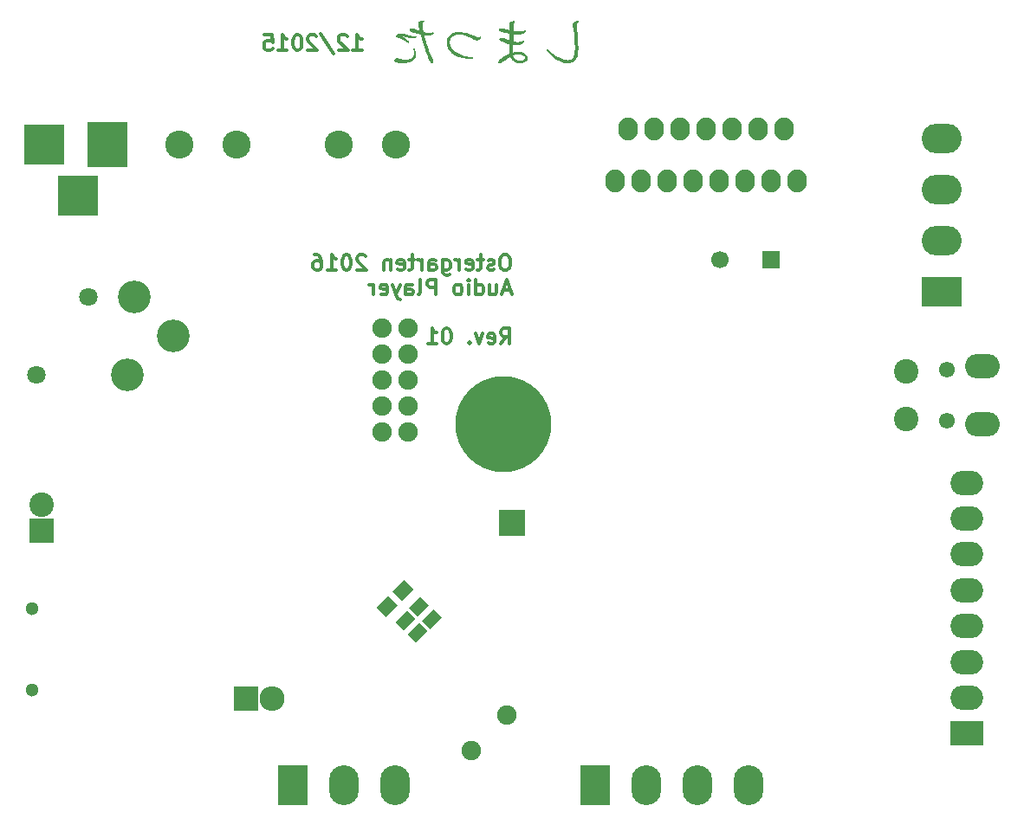
<source format=gbs>
G04 #@! TF.FileFunction,Soldermask,Bot*
%FSLAX46Y46*%
G04 Gerber Fmt 4.6, Leading zero omitted, Abs format (unit mm)*
G04 Created by KiCad (PCBNEW (2015-12-07 BZR 6353, Git 2667109)-product) date 06.01.2016 02:58:36*
%MOMM*%
G01*
G04 APERTURE LIST*
%ADD10C,0.100000*%
%ADD11C,0.300000*%
%ADD12C,1.800000*%
%ADD13C,3.200000*%
%ADD14O,1.924000X2.224000*%
%ADD15R,3.900120X4.400000*%
%ADD16R,3.900120X3.900120*%
%ADD17C,9.400000*%
%ADD18R,1.700000X1.700000*%
%ADD19C,1.700000*%
%ADD20C,1.300000*%
%ADD21R,2.400000X2.400000*%
%ADD22C,2.400000*%
%ADD23C,2.749500*%
%ADD24C,1.550000*%
%ADD25O,3.400000X2.400000*%
%ADD26R,2.900000X3.900000*%
%ADD27O,2.900000X3.900000*%
%ADD28O,3.200000X2.400000*%
%ADD29R,3.200000X2.400000*%
%ADD30R,3.900000X2.900000*%
%ADD31O,3.900000X2.900000*%
%ADD32C,1.901140*%
%ADD33C,1.906220*%
%ADD34R,2.432000X2.432000*%
%ADD35O,2.432000X2.432000*%
%ADD36R,2.635200X2.635200*%
G04 APERTURE END LIST*
D10*
D11*
X114490643Y-44811071D02*
X115347786Y-44811071D01*
X114919214Y-44811071D02*
X114919214Y-43311071D01*
X115062071Y-43525357D01*
X115204929Y-43668214D01*
X115347786Y-43739643D01*
X113919215Y-43453929D02*
X113847786Y-43382500D01*
X113704929Y-43311071D01*
X113347786Y-43311071D01*
X113204929Y-43382500D01*
X113133500Y-43453929D01*
X113062072Y-43596786D01*
X113062072Y-43739643D01*
X113133500Y-43953929D01*
X113990643Y-44811071D01*
X113062072Y-44811071D01*
X111347787Y-43239643D02*
X112633501Y-45168214D01*
X110919215Y-43453929D02*
X110847786Y-43382500D01*
X110704929Y-43311071D01*
X110347786Y-43311071D01*
X110204929Y-43382500D01*
X110133500Y-43453929D01*
X110062072Y-43596786D01*
X110062072Y-43739643D01*
X110133500Y-43953929D01*
X110990643Y-44811071D01*
X110062072Y-44811071D01*
X109133501Y-43311071D02*
X108990644Y-43311071D01*
X108847787Y-43382500D01*
X108776358Y-43453929D01*
X108704929Y-43596786D01*
X108633501Y-43882500D01*
X108633501Y-44239643D01*
X108704929Y-44525357D01*
X108776358Y-44668214D01*
X108847787Y-44739643D01*
X108990644Y-44811071D01*
X109133501Y-44811071D01*
X109276358Y-44739643D01*
X109347787Y-44668214D01*
X109419215Y-44525357D01*
X109490644Y-44239643D01*
X109490644Y-43882500D01*
X109419215Y-43596786D01*
X109347787Y-43453929D01*
X109276358Y-43382500D01*
X109133501Y-43311071D01*
X107204930Y-44811071D02*
X108062073Y-44811071D01*
X107633501Y-44811071D02*
X107633501Y-43311071D01*
X107776358Y-43525357D01*
X107919216Y-43668214D01*
X108062073Y-43739643D01*
X105847787Y-43311071D02*
X106562073Y-43311071D01*
X106633502Y-44025357D01*
X106562073Y-43953929D01*
X106419216Y-43882500D01*
X106062073Y-43882500D01*
X105919216Y-43953929D01*
X105847787Y-44025357D01*
X105776359Y-44168214D01*
X105776359Y-44525357D01*
X105847787Y-44668214D01*
X105919216Y-44739643D01*
X106062073Y-44811071D01*
X106419216Y-44811071D01*
X106562073Y-44739643D01*
X106633502Y-44668214D01*
X129506743Y-64818971D02*
X129221029Y-64818971D01*
X129078171Y-64890400D01*
X128935314Y-65033257D01*
X128863886Y-65318971D01*
X128863886Y-65818971D01*
X128935314Y-66104686D01*
X129078171Y-66247543D01*
X129221029Y-66318971D01*
X129506743Y-66318971D01*
X129649600Y-66247543D01*
X129792457Y-66104686D01*
X129863886Y-65818971D01*
X129863886Y-65318971D01*
X129792457Y-65033257D01*
X129649600Y-64890400D01*
X129506743Y-64818971D01*
X128292457Y-66247543D02*
X128149600Y-66318971D01*
X127863885Y-66318971D01*
X127721028Y-66247543D01*
X127649600Y-66104686D01*
X127649600Y-66033257D01*
X127721028Y-65890400D01*
X127863885Y-65818971D01*
X128078171Y-65818971D01*
X128221028Y-65747543D01*
X128292457Y-65604686D01*
X128292457Y-65533257D01*
X128221028Y-65390400D01*
X128078171Y-65318971D01*
X127863885Y-65318971D01*
X127721028Y-65390400D01*
X127221028Y-65318971D02*
X126649599Y-65318971D01*
X127006742Y-64818971D02*
X127006742Y-66104686D01*
X126935314Y-66247543D01*
X126792456Y-66318971D01*
X126649599Y-66318971D01*
X125578171Y-66247543D02*
X125721028Y-66318971D01*
X126006742Y-66318971D01*
X126149599Y-66247543D01*
X126221028Y-66104686D01*
X126221028Y-65533257D01*
X126149599Y-65390400D01*
X126006742Y-65318971D01*
X125721028Y-65318971D01*
X125578171Y-65390400D01*
X125506742Y-65533257D01*
X125506742Y-65676114D01*
X126221028Y-65818971D01*
X124863885Y-66318971D02*
X124863885Y-65318971D01*
X124863885Y-65604686D02*
X124792457Y-65461829D01*
X124721028Y-65390400D01*
X124578171Y-65318971D01*
X124435314Y-65318971D01*
X123292457Y-65318971D02*
X123292457Y-66533257D01*
X123363886Y-66676114D01*
X123435314Y-66747543D01*
X123578171Y-66818971D01*
X123792457Y-66818971D01*
X123935314Y-66747543D01*
X123292457Y-66247543D02*
X123435314Y-66318971D01*
X123721028Y-66318971D01*
X123863886Y-66247543D01*
X123935314Y-66176114D01*
X124006743Y-66033257D01*
X124006743Y-65604686D01*
X123935314Y-65461829D01*
X123863886Y-65390400D01*
X123721028Y-65318971D01*
X123435314Y-65318971D01*
X123292457Y-65390400D01*
X121935314Y-66318971D02*
X121935314Y-65533257D01*
X122006743Y-65390400D01*
X122149600Y-65318971D01*
X122435314Y-65318971D01*
X122578171Y-65390400D01*
X121935314Y-66247543D02*
X122078171Y-66318971D01*
X122435314Y-66318971D01*
X122578171Y-66247543D01*
X122649600Y-66104686D01*
X122649600Y-65961829D01*
X122578171Y-65818971D01*
X122435314Y-65747543D01*
X122078171Y-65747543D01*
X121935314Y-65676114D01*
X121221028Y-66318971D02*
X121221028Y-65318971D01*
X121221028Y-65604686D02*
X121149600Y-65461829D01*
X121078171Y-65390400D01*
X120935314Y-65318971D01*
X120792457Y-65318971D01*
X120506743Y-65318971D02*
X119935314Y-65318971D01*
X120292457Y-64818971D02*
X120292457Y-66104686D01*
X120221029Y-66247543D01*
X120078171Y-66318971D01*
X119935314Y-66318971D01*
X118863886Y-66247543D02*
X119006743Y-66318971D01*
X119292457Y-66318971D01*
X119435314Y-66247543D01*
X119506743Y-66104686D01*
X119506743Y-65533257D01*
X119435314Y-65390400D01*
X119292457Y-65318971D01*
X119006743Y-65318971D01*
X118863886Y-65390400D01*
X118792457Y-65533257D01*
X118792457Y-65676114D01*
X119506743Y-65818971D01*
X118149600Y-65318971D02*
X118149600Y-66318971D01*
X118149600Y-65461829D02*
X118078172Y-65390400D01*
X117935314Y-65318971D01*
X117721029Y-65318971D01*
X117578172Y-65390400D01*
X117506743Y-65533257D01*
X117506743Y-66318971D01*
X115721029Y-64961829D02*
X115649600Y-64890400D01*
X115506743Y-64818971D01*
X115149600Y-64818971D01*
X115006743Y-64890400D01*
X114935314Y-64961829D01*
X114863886Y-65104686D01*
X114863886Y-65247543D01*
X114935314Y-65461829D01*
X115792457Y-66318971D01*
X114863886Y-66318971D01*
X113935315Y-64818971D02*
X113792458Y-64818971D01*
X113649601Y-64890400D01*
X113578172Y-64961829D01*
X113506743Y-65104686D01*
X113435315Y-65390400D01*
X113435315Y-65747543D01*
X113506743Y-66033257D01*
X113578172Y-66176114D01*
X113649601Y-66247543D01*
X113792458Y-66318971D01*
X113935315Y-66318971D01*
X114078172Y-66247543D01*
X114149601Y-66176114D01*
X114221029Y-66033257D01*
X114292458Y-65747543D01*
X114292458Y-65390400D01*
X114221029Y-65104686D01*
X114149601Y-64961829D01*
X114078172Y-64890400D01*
X113935315Y-64818971D01*
X112006744Y-66318971D02*
X112863887Y-66318971D01*
X112435315Y-66318971D02*
X112435315Y-64818971D01*
X112578172Y-65033257D01*
X112721030Y-65176114D01*
X112863887Y-65247543D01*
X110721030Y-64818971D02*
X111006744Y-64818971D01*
X111149601Y-64890400D01*
X111221030Y-64961829D01*
X111363887Y-65176114D01*
X111435316Y-65461829D01*
X111435316Y-66033257D01*
X111363887Y-66176114D01*
X111292459Y-66247543D01*
X111149601Y-66318971D01*
X110863887Y-66318971D01*
X110721030Y-66247543D01*
X110649601Y-66176114D01*
X110578173Y-66033257D01*
X110578173Y-65676114D01*
X110649601Y-65533257D01*
X110721030Y-65461829D01*
X110863887Y-65390400D01*
X111149601Y-65390400D01*
X111292459Y-65461829D01*
X111363887Y-65533257D01*
X111435316Y-65676114D01*
X129863886Y-68290400D02*
X129149600Y-68290400D01*
X130006743Y-68718971D02*
X129506743Y-67218971D01*
X129006743Y-68718971D01*
X127863886Y-67718971D02*
X127863886Y-68718971D01*
X128506743Y-67718971D02*
X128506743Y-68504686D01*
X128435315Y-68647543D01*
X128292457Y-68718971D01*
X128078172Y-68718971D01*
X127935315Y-68647543D01*
X127863886Y-68576114D01*
X126506743Y-68718971D02*
X126506743Y-67218971D01*
X126506743Y-68647543D02*
X126649600Y-68718971D01*
X126935314Y-68718971D01*
X127078172Y-68647543D01*
X127149600Y-68576114D01*
X127221029Y-68433257D01*
X127221029Y-68004686D01*
X127149600Y-67861829D01*
X127078172Y-67790400D01*
X126935314Y-67718971D01*
X126649600Y-67718971D01*
X126506743Y-67790400D01*
X125792457Y-68718971D02*
X125792457Y-67718971D01*
X125792457Y-67218971D02*
X125863886Y-67290400D01*
X125792457Y-67361829D01*
X125721029Y-67290400D01*
X125792457Y-67218971D01*
X125792457Y-67361829D01*
X124863885Y-68718971D02*
X125006743Y-68647543D01*
X125078171Y-68576114D01*
X125149600Y-68433257D01*
X125149600Y-68004686D01*
X125078171Y-67861829D01*
X125006743Y-67790400D01*
X124863885Y-67718971D01*
X124649600Y-67718971D01*
X124506743Y-67790400D01*
X124435314Y-67861829D01*
X124363885Y-68004686D01*
X124363885Y-68433257D01*
X124435314Y-68576114D01*
X124506743Y-68647543D01*
X124649600Y-68718971D01*
X124863885Y-68718971D01*
X122578171Y-68718971D02*
X122578171Y-67218971D01*
X122006743Y-67218971D01*
X121863885Y-67290400D01*
X121792457Y-67361829D01*
X121721028Y-67504686D01*
X121721028Y-67718971D01*
X121792457Y-67861829D01*
X121863885Y-67933257D01*
X122006743Y-68004686D01*
X122578171Y-68004686D01*
X120863885Y-68718971D02*
X121006743Y-68647543D01*
X121078171Y-68504686D01*
X121078171Y-67218971D01*
X119649600Y-68718971D02*
X119649600Y-67933257D01*
X119721029Y-67790400D01*
X119863886Y-67718971D01*
X120149600Y-67718971D01*
X120292457Y-67790400D01*
X119649600Y-68647543D02*
X119792457Y-68718971D01*
X120149600Y-68718971D01*
X120292457Y-68647543D01*
X120363886Y-68504686D01*
X120363886Y-68361829D01*
X120292457Y-68218971D01*
X120149600Y-68147543D01*
X119792457Y-68147543D01*
X119649600Y-68076114D01*
X119078171Y-67718971D02*
X118721028Y-68718971D01*
X118363886Y-67718971D02*
X118721028Y-68718971D01*
X118863886Y-69076114D01*
X118935314Y-69147543D01*
X119078171Y-69218971D01*
X117221029Y-68647543D02*
X117363886Y-68718971D01*
X117649600Y-68718971D01*
X117792457Y-68647543D01*
X117863886Y-68504686D01*
X117863886Y-67933257D01*
X117792457Y-67790400D01*
X117649600Y-67718971D01*
X117363886Y-67718971D01*
X117221029Y-67790400D01*
X117149600Y-67933257D01*
X117149600Y-68076114D01*
X117863886Y-68218971D01*
X116506743Y-68718971D02*
X116506743Y-67718971D01*
X116506743Y-68004686D02*
X116435315Y-67861829D01*
X116363886Y-67790400D01*
X116221029Y-67718971D01*
X116078172Y-67718971D01*
X128935314Y-73518971D02*
X129435314Y-72804686D01*
X129792457Y-73518971D02*
X129792457Y-72018971D01*
X129221029Y-72018971D01*
X129078171Y-72090400D01*
X129006743Y-72161829D01*
X128935314Y-72304686D01*
X128935314Y-72518971D01*
X129006743Y-72661829D01*
X129078171Y-72733257D01*
X129221029Y-72804686D01*
X129792457Y-72804686D01*
X127721029Y-73447543D02*
X127863886Y-73518971D01*
X128149600Y-73518971D01*
X128292457Y-73447543D01*
X128363886Y-73304686D01*
X128363886Y-72733257D01*
X128292457Y-72590400D01*
X128149600Y-72518971D01*
X127863886Y-72518971D01*
X127721029Y-72590400D01*
X127649600Y-72733257D01*
X127649600Y-72876114D01*
X128363886Y-73018971D01*
X127149600Y-72518971D02*
X126792457Y-73518971D01*
X126435315Y-72518971D01*
X125863886Y-73376114D02*
X125792458Y-73447543D01*
X125863886Y-73518971D01*
X125935315Y-73447543D01*
X125863886Y-73376114D01*
X125863886Y-73518971D01*
X123721029Y-72018971D02*
X123578172Y-72018971D01*
X123435315Y-72090400D01*
X123363886Y-72161829D01*
X123292457Y-72304686D01*
X123221029Y-72590400D01*
X123221029Y-72947543D01*
X123292457Y-73233257D01*
X123363886Y-73376114D01*
X123435315Y-73447543D01*
X123578172Y-73518971D01*
X123721029Y-73518971D01*
X123863886Y-73447543D01*
X123935315Y-73376114D01*
X124006743Y-73233257D01*
X124078172Y-72947543D01*
X124078172Y-72590400D01*
X124006743Y-72304686D01*
X123935315Y-72161829D01*
X123863886Y-72090400D01*
X123721029Y-72018971D01*
X121792458Y-73518971D02*
X122649601Y-73518971D01*
X122221029Y-73518971D02*
X122221029Y-72018971D01*
X122363886Y-72233257D01*
X122506744Y-72376114D01*
X122649601Y-72447543D01*
D10*
G36*
X128693927Y-45916905D02*
X128700723Y-45963001D01*
X128721517Y-45993395D01*
X128756538Y-46008244D01*
X128806016Y-46007704D01*
X128823557Y-46004597D01*
X128860184Y-45993806D01*
X128904795Y-45974617D01*
X128958916Y-45946143D01*
X129024072Y-45907500D01*
X129101788Y-45857804D01*
X129193590Y-45796167D01*
X129251564Y-45756214D01*
X129326043Y-45704870D01*
X129406104Y-45650314D01*
X129486698Y-45595942D01*
X129562777Y-45545153D01*
X129629291Y-45501343D01*
X129659170Y-45481966D01*
X129719456Y-45443447D01*
X129764450Y-45415535D01*
X129796454Y-45397051D01*
X129817768Y-45386815D01*
X129830694Y-45383648D01*
X129837530Y-45386369D01*
X129839387Y-45389577D01*
X129846955Y-45408883D01*
X129859392Y-45440723D01*
X129872712Y-45474881D01*
X129926943Y-45588256D01*
X129996124Y-45687452D01*
X130058875Y-45750907D01*
X130058875Y-45280986D01*
X130068053Y-45264002D01*
X130088191Y-45250302D01*
X130120350Y-45235686D01*
X130127114Y-45232797D01*
X130258625Y-45187090D01*
X130400728Y-45156896D01*
X130548940Y-45142862D01*
X130698775Y-45145632D01*
X130720352Y-45147465D01*
X130861872Y-45166358D01*
X130985423Y-45194797D01*
X131090774Y-45232674D01*
X131177695Y-45279883D01*
X131245953Y-45336317D01*
X131295318Y-45401869D01*
X131303198Y-45416655D01*
X131323762Y-45476152D01*
X131330358Y-45539494D01*
X131322492Y-45598804D01*
X131315872Y-45618016D01*
X131292533Y-45654582D01*
X131254730Y-45692671D01*
X131208077Y-45727083D01*
X131182429Y-45741671D01*
X131109557Y-45770949D01*
X131021341Y-45793636D01*
X130922699Y-45809287D01*
X130818550Y-45817460D01*
X130713812Y-45817710D01*
X130613405Y-45809593D01*
X130548940Y-45798824D01*
X130438425Y-45765450D01*
X130338556Y-45714605D01*
X130250921Y-45647679D01*
X130177108Y-45566063D01*
X130118702Y-45471147D01*
X130086496Y-45393636D01*
X130069157Y-45341604D01*
X130059596Y-45305453D01*
X130058875Y-45280986D01*
X130058875Y-45750907D01*
X130081207Y-45773490D01*
X130183144Y-45847394D01*
X130257674Y-45888800D01*
X130359404Y-45931519D01*
X130468908Y-45962679D01*
X130583750Y-45982664D01*
X130701488Y-45991855D01*
X130819686Y-45990636D01*
X130935904Y-45979389D01*
X131047703Y-45958497D01*
X131152645Y-45928342D01*
X131248290Y-45889307D01*
X131332201Y-45841775D01*
X131401938Y-45786128D01*
X131455063Y-45722749D01*
X131469339Y-45698702D01*
X131480949Y-45674199D01*
X131488334Y-45649455D01*
X131492402Y-45618709D01*
X131494065Y-45576201D01*
X131494286Y-45540749D01*
X131493792Y-45488987D01*
X131491583Y-45452293D01*
X131486571Y-45424571D01*
X131477669Y-45399725D01*
X131464279Y-45372586D01*
X131410501Y-45291813D01*
X131338348Y-45216851D01*
X131250156Y-45149111D01*
X131148264Y-45090002D01*
X131035009Y-45040935D01*
X130912729Y-45003319D01*
X130820241Y-44984090D01*
X130732283Y-44973977D01*
X130630263Y-44969868D01*
X130520360Y-44971542D01*
X130408753Y-44978780D01*
X130301621Y-44991362D01*
X130222141Y-45005367D01*
X130169914Y-45016662D01*
X130123026Y-45027483D01*
X130086632Y-45036596D01*
X130065972Y-45042733D01*
X130038471Y-45053189D01*
X130038484Y-44891988D01*
X130038886Y-44842769D01*
X130040007Y-44781852D01*
X130041729Y-44712335D01*
X130043937Y-44637316D01*
X130046511Y-44559892D01*
X130049334Y-44483161D01*
X130052290Y-44410221D01*
X130055261Y-44344170D01*
X130058128Y-44288105D01*
X130060776Y-44245125D01*
X130063087Y-44218327D01*
X130064280Y-44211250D01*
X130075830Y-44205652D01*
X130105738Y-44205227D01*
X130145931Y-44208844D01*
X130183334Y-44211885D01*
X130236339Y-44214518D01*
X130299373Y-44216550D01*
X130366860Y-44217784D01*
X130409042Y-44218063D01*
X130516550Y-44216307D01*
X130607664Y-44210115D01*
X130686856Y-44198676D01*
X130758597Y-44181175D01*
X130827357Y-44156799D01*
X130883133Y-44131847D01*
X130936133Y-44103925D01*
X130980789Y-44074131D01*
X131024971Y-44036754D01*
X131057542Y-44005310D01*
X131090803Y-43971184D01*
X131117589Y-43941951D01*
X131134800Y-43921107D01*
X131139597Y-43912738D01*
X131131596Y-43899872D01*
X131113214Y-43884798D01*
X131096088Y-43875230D01*
X131081297Y-43874575D01*
X131061232Y-43883956D01*
X131043053Y-43895147D01*
X130955074Y-43939897D01*
X130851341Y-43973997D01*
X130734522Y-43997235D01*
X130607287Y-44009399D01*
X130472306Y-44010278D01*
X130332248Y-43999658D01*
X130189783Y-43977328D01*
X130140499Y-43966856D01*
X130067828Y-43950343D01*
X130074209Y-43911761D01*
X130075726Y-43892181D01*
X130077121Y-43854196D01*
X130078349Y-43800576D01*
X130079366Y-43734092D01*
X130080127Y-43657513D01*
X130080586Y-43573611D01*
X130080706Y-43509018D01*
X130080822Y-43144857D01*
X130152290Y-43151603D01*
X130250480Y-43159798D01*
X130352689Y-43166402D01*
X130454910Y-43171297D01*
X130553141Y-43174368D01*
X130643376Y-43175498D01*
X130721611Y-43174572D01*
X130783842Y-43171473D01*
X130796886Y-43170299D01*
X130922672Y-43151092D01*
X131031703Y-43120284D01*
X131125394Y-43077144D01*
X131205162Y-43020944D01*
X131272423Y-42950954D01*
X131302254Y-42909884D01*
X131318677Y-42883754D01*
X131328715Y-42865218D01*
X131330176Y-42860810D01*
X131322265Y-42850757D01*
X131303226Y-42836239D01*
X131303073Y-42836139D01*
X131286295Y-42826492D01*
X131273002Y-42826002D01*
X131256468Y-42836530D01*
X131235638Y-42854818D01*
X131193062Y-42886896D01*
X131142251Y-42912628D01*
X131081029Y-42932463D01*
X131007219Y-42946851D01*
X130918644Y-42956239D01*
X130813129Y-42961077D01*
X130716087Y-42961977D01*
X130626644Y-42961137D01*
X130548991Y-42958877D01*
X130477172Y-42954707D01*
X130405229Y-42948135D01*
X130327205Y-42938670D01*
X130237144Y-42925820D01*
X130189347Y-42918531D01*
X130080822Y-42901744D01*
X130081006Y-42603969D01*
X130081501Y-42498078D01*
X130083058Y-42410600D01*
X130086005Y-42338785D01*
X130090667Y-42279885D01*
X130097370Y-42231149D01*
X130106439Y-42189828D01*
X130118201Y-42153173D01*
X130132982Y-42118433D01*
X130140337Y-42103418D01*
X130163053Y-42065184D01*
X130189977Y-42028955D01*
X130203917Y-42013736D01*
X130230369Y-41982831D01*
X130238887Y-41957079D01*
X130230991Y-41933105D01*
X130216594Y-41928737D01*
X130186736Y-41931711D01*
X130145320Y-41940793D01*
X130096245Y-41954750D01*
X130043414Y-41972350D01*
X129990729Y-41992360D01*
X129942090Y-42013547D01*
X129901399Y-42034677D01*
X129892533Y-42040054D01*
X129844718Y-42077207D01*
X129806689Y-42120402D01*
X129782713Y-42164369D01*
X129777906Y-42181561D01*
X129776155Y-42205637D01*
X129776192Y-42246193D01*
X129777889Y-42298624D01*
X129781122Y-42358321D01*
X129783783Y-42396189D01*
X129789011Y-42468830D01*
X129794103Y-42547333D01*
X129798562Y-42623534D01*
X129801893Y-42689270D01*
X129802604Y-42705881D01*
X129804600Y-42761761D01*
X129805076Y-42799830D01*
X129803736Y-42823417D01*
X129800283Y-42835852D01*
X129794420Y-42840463D01*
X129790560Y-42840874D01*
X129776052Y-42838273D01*
X129743895Y-42830931D01*
X129696907Y-42819545D01*
X129637906Y-42804809D01*
X129569709Y-42787420D01*
X129495134Y-42768071D01*
X129488947Y-42766451D01*
X129365988Y-42734691D01*
X129261317Y-42708688D01*
X129172961Y-42688039D01*
X129098950Y-42672339D01*
X129037311Y-42661184D01*
X128986074Y-42654169D01*
X128943265Y-42650890D01*
X128923736Y-42650528D01*
X128856705Y-42656952D01*
X128804440Y-42675141D01*
X128768220Y-42704249D01*
X128749323Y-42743432D01*
X128746766Y-42767419D01*
X128755673Y-42793096D01*
X128779571Y-42823635D01*
X128814233Y-42855016D01*
X128855427Y-42883217D01*
X128884383Y-42898244D01*
X128922755Y-42912805D01*
X128978707Y-42930400D01*
X129048981Y-42950265D01*
X129130326Y-42971639D01*
X129219486Y-42993757D01*
X129313207Y-43015858D01*
X129408236Y-43037177D01*
X129501317Y-43056952D01*
X129589197Y-43074420D01*
X129668622Y-43088817D01*
X129736336Y-43099382D01*
X129749955Y-43101194D01*
X129805541Y-43108296D01*
X129805541Y-43492352D01*
X129805541Y-43876407D01*
X129670547Y-43826095D01*
X129613718Y-43804582D01*
X129544087Y-43777710D01*
X129468452Y-43748134D01*
X129393611Y-43718504D01*
X129350268Y-43701139D01*
X129257363Y-43664256D01*
X129181016Y-43635309D01*
X129118503Y-43613476D01*
X129067106Y-43597931D01*
X129024102Y-43587850D01*
X128986771Y-43582409D01*
X128953010Y-43580783D01*
X128895073Y-43584220D01*
X128853563Y-43595536D01*
X128824802Y-43615949D01*
X128816655Y-43626055D01*
X128801123Y-43664740D01*
X128805646Y-43706420D01*
X128829491Y-43750050D01*
X128871927Y-43794585D01*
X128932223Y-43838980D01*
X128988605Y-43871494D01*
X129059989Y-43906137D01*
X129147082Y-43943949D01*
X129245001Y-43983161D01*
X129348865Y-44022004D01*
X129453789Y-44058709D01*
X129554893Y-44091507D01*
X129647292Y-44118630D01*
X129723279Y-44137686D01*
X129805127Y-44155788D01*
X129807981Y-44641710D01*
X129810835Y-45127632D01*
X129699664Y-45172046D01*
X129613078Y-45209046D01*
X129515391Y-45254818D01*
X129412936Y-45306115D01*
X129312042Y-45359686D01*
X129219043Y-45412284D01*
X129152449Y-45452832D01*
X129026479Y-45536800D01*
X128920595Y-45615675D01*
X128834861Y-45689393D01*
X128769343Y-45757888D01*
X128724106Y-45821094D01*
X128699214Y-45878944D01*
X128693927Y-45916905D01*
X128693927Y-45916905D01*
X128693927Y-45916905D01*
G37*
X128693927Y-45916905D02*
X128700723Y-45963001D01*
X128721517Y-45993395D01*
X128756538Y-46008244D01*
X128806016Y-46007704D01*
X128823557Y-46004597D01*
X128860184Y-45993806D01*
X128904795Y-45974617D01*
X128958916Y-45946143D01*
X129024072Y-45907500D01*
X129101788Y-45857804D01*
X129193590Y-45796167D01*
X129251564Y-45756214D01*
X129326043Y-45704870D01*
X129406104Y-45650314D01*
X129486698Y-45595942D01*
X129562777Y-45545153D01*
X129629291Y-45501343D01*
X129659170Y-45481966D01*
X129719456Y-45443447D01*
X129764450Y-45415535D01*
X129796454Y-45397051D01*
X129817768Y-45386815D01*
X129830694Y-45383648D01*
X129837530Y-45386369D01*
X129839387Y-45389577D01*
X129846955Y-45408883D01*
X129859392Y-45440723D01*
X129872712Y-45474881D01*
X129926943Y-45588256D01*
X129996124Y-45687452D01*
X130058875Y-45750907D01*
X130058875Y-45280986D01*
X130068053Y-45264002D01*
X130088191Y-45250302D01*
X130120350Y-45235686D01*
X130127114Y-45232797D01*
X130258625Y-45187090D01*
X130400728Y-45156896D01*
X130548940Y-45142862D01*
X130698775Y-45145632D01*
X130720352Y-45147465D01*
X130861872Y-45166358D01*
X130985423Y-45194797D01*
X131090774Y-45232674D01*
X131177695Y-45279883D01*
X131245953Y-45336317D01*
X131295318Y-45401869D01*
X131303198Y-45416655D01*
X131323762Y-45476152D01*
X131330358Y-45539494D01*
X131322492Y-45598804D01*
X131315872Y-45618016D01*
X131292533Y-45654582D01*
X131254730Y-45692671D01*
X131208077Y-45727083D01*
X131182429Y-45741671D01*
X131109557Y-45770949D01*
X131021341Y-45793636D01*
X130922699Y-45809287D01*
X130818550Y-45817460D01*
X130713812Y-45817710D01*
X130613405Y-45809593D01*
X130548940Y-45798824D01*
X130438425Y-45765450D01*
X130338556Y-45714605D01*
X130250921Y-45647679D01*
X130177108Y-45566063D01*
X130118702Y-45471147D01*
X130086496Y-45393636D01*
X130069157Y-45341604D01*
X130059596Y-45305453D01*
X130058875Y-45280986D01*
X130058875Y-45750907D01*
X130081207Y-45773490D01*
X130183144Y-45847394D01*
X130257674Y-45888800D01*
X130359404Y-45931519D01*
X130468908Y-45962679D01*
X130583750Y-45982664D01*
X130701488Y-45991855D01*
X130819686Y-45990636D01*
X130935904Y-45979389D01*
X131047703Y-45958497D01*
X131152645Y-45928342D01*
X131248290Y-45889307D01*
X131332201Y-45841775D01*
X131401938Y-45786128D01*
X131455063Y-45722749D01*
X131469339Y-45698702D01*
X131480949Y-45674199D01*
X131488334Y-45649455D01*
X131492402Y-45618709D01*
X131494065Y-45576201D01*
X131494286Y-45540749D01*
X131493792Y-45488987D01*
X131491583Y-45452293D01*
X131486571Y-45424571D01*
X131477669Y-45399725D01*
X131464279Y-45372586D01*
X131410501Y-45291813D01*
X131338348Y-45216851D01*
X131250156Y-45149111D01*
X131148264Y-45090002D01*
X131035009Y-45040935D01*
X130912729Y-45003319D01*
X130820241Y-44984090D01*
X130732283Y-44973977D01*
X130630263Y-44969868D01*
X130520360Y-44971542D01*
X130408753Y-44978780D01*
X130301621Y-44991362D01*
X130222141Y-45005367D01*
X130169914Y-45016662D01*
X130123026Y-45027483D01*
X130086632Y-45036596D01*
X130065972Y-45042733D01*
X130038471Y-45053189D01*
X130038484Y-44891988D01*
X130038886Y-44842769D01*
X130040007Y-44781852D01*
X130041729Y-44712335D01*
X130043937Y-44637316D01*
X130046511Y-44559892D01*
X130049334Y-44483161D01*
X130052290Y-44410221D01*
X130055261Y-44344170D01*
X130058128Y-44288105D01*
X130060776Y-44245125D01*
X130063087Y-44218327D01*
X130064280Y-44211250D01*
X130075830Y-44205652D01*
X130105738Y-44205227D01*
X130145931Y-44208844D01*
X130183334Y-44211885D01*
X130236339Y-44214518D01*
X130299373Y-44216550D01*
X130366860Y-44217784D01*
X130409042Y-44218063D01*
X130516550Y-44216307D01*
X130607664Y-44210115D01*
X130686856Y-44198676D01*
X130758597Y-44181175D01*
X130827357Y-44156799D01*
X130883133Y-44131847D01*
X130936133Y-44103925D01*
X130980789Y-44074131D01*
X131024971Y-44036754D01*
X131057542Y-44005310D01*
X131090803Y-43971184D01*
X131117589Y-43941951D01*
X131134800Y-43921107D01*
X131139597Y-43912738D01*
X131131596Y-43899872D01*
X131113214Y-43884798D01*
X131096088Y-43875230D01*
X131081297Y-43874575D01*
X131061232Y-43883956D01*
X131043053Y-43895147D01*
X130955074Y-43939897D01*
X130851341Y-43973997D01*
X130734522Y-43997235D01*
X130607287Y-44009399D01*
X130472306Y-44010278D01*
X130332248Y-43999658D01*
X130189783Y-43977328D01*
X130140499Y-43966856D01*
X130067828Y-43950343D01*
X130074209Y-43911761D01*
X130075726Y-43892181D01*
X130077121Y-43854196D01*
X130078349Y-43800576D01*
X130079366Y-43734092D01*
X130080127Y-43657513D01*
X130080586Y-43573611D01*
X130080706Y-43509018D01*
X130080822Y-43144857D01*
X130152290Y-43151603D01*
X130250480Y-43159798D01*
X130352689Y-43166402D01*
X130454910Y-43171297D01*
X130553141Y-43174368D01*
X130643376Y-43175498D01*
X130721611Y-43174572D01*
X130783842Y-43171473D01*
X130796886Y-43170299D01*
X130922672Y-43151092D01*
X131031703Y-43120284D01*
X131125394Y-43077144D01*
X131205162Y-43020944D01*
X131272423Y-42950954D01*
X131302254Y-42909884D01*
X131318677Y-42883754D01*
X131328715Y-42865218D01*
X131330176Y-42860810D01*
X131322265Y-42850757D01*
X131303226Y-42836239D01*
X131303073Y-42836139D01*
X131286295Y-42826492D01*
X131273002Y-42826002D01*
X131256468Y-42836530D01*
X131235638Y-42854818D01*
X131193062Y-42886896D01*
X131142251Y-42912628D01*
X131081029Y-42932463D01*
X131007219Y-42946851D01*
X130918644Y-42956239D01*
X130813129Y-42961077D01*
X130716087Y-42961977D01*
X130626644Y-42961137D01*
X130548991Y-42958877D01*
X130477172Y-42954707D01*
X130405229Y-42948135D01*
X130327205Y-42938670D01*
X130237144Y-42925820D01*
X130189347Y-42918531D01*
X130080822Y-42901744D01*
X130081006Y-42603969D01*
X130081501Y-42498078D01*
X130083058Y-42410600D01*
X130086005Y-42338785D01*
X130090667Y-42279885D01*
X130097370Y-42231149D01*
X130106439Y-42189828D01*
X130118201Y-42153173D01*
X130132982Y-42118433D01*
X130140337Y-42103418D01*
X130163053Y-42065184D01*
X130189977Y-42028955D01*
X130203917Y-42013736D01*
X130230369Y-41982831D01*
X130238887Y-41957079D01*
X130230991Y-41933105D01*
X130216594Y-41928737D01*
X130186736Y-41931711D01*
X130145320Y-41940793D01*
X130096245Y-41954750D01*
X130043414Y-41972350D01*
X129990729Y-41992360D01*
X129942090Y-42013547D01*
X129901399Y-42034677D01*
X129892533Y-42040054D01*
X129844718Y-42077207D01*
X129806689Y-42120402D01*
X129782713Y-42164369D01*
X129777906Y-42181561D01*
X129776155Y-42205637D01*
X129776192Y-42246193D01*
X129777889Y-42298624D01*
X129781122Y-42358321D01*
X129783783Y-42396189D01*
X129789011Y-42468830D01*
X129794103Y-42547333D01*
X129798562Y-42623534D01*
X129801893Y-42689270D01*
X129802604Y-42705881D01*
X129804600Y-42761761D01*
X129805076Y-42799830D01*
X129803736Y-42823417D01*
X129800283Y-42835852D01*
X129794420Y-42840463D01*
X129790560Y-42840874D01*
X129776052Y-42838273D01*
X129743895Y-42830931D01*
X129696907Y-42819545D01*
X129637906Y-42804809D01*
X129569709Y-42787420D01*
X129495134Y-42768071D01*
X129488947Y-42766451D01*
X129365988Y-42734691D01*
X129261317Y-42708688D01*
X129172961Y-42688039D01*
X129098950Y-42672339D01*
X129037311Y-42661184D01*
X128986074Y-42654169D01*
X128943265Y-42650890D01*
X128923736Y-42650528D01*
X128856705Y-42656952D01*
X128804440Y-42675141D01*
X128768220Y-42704249D01*
X128749323Y-42743432D01*
X128746766Y-42767419D01*
X128755673Y-42793096D01*
X128779571Y-42823635D01*
X128814233Y-42855016D01*
X128855427Y-42883217D01*
X128884383Y-42898244D01*
X128922755Y-42912805D01*
X128978707Y-42930400D01*
X129048981Y-42950265D01*
X129130326Y-42971639D01*
X129219486Y-42993757D01*
X129313207Y-43015858D01*
X129408236Y-43037177D01*
X129501317Y-43056952D01*
X129589197Y-43074420D01*
X129668622Y-43088817D01*
X129736336Y-43099382D01*
X129749955Y-43101194D01*
X129805541Y-43108296D01*
X129805541Y-43492352D01*
X129805541Y-43876407D01*
X129670547Y-43826095D01*
X129613718Y-43804582D01*
X129544087Y-43777710D01*
X129468452Y-43748134D01*
X129393611Y-43718504D01*
X129350268Y-43701139D01*
X129257363Y-43664256D01*
X129181016Y-43635309D01*
X129118503Y-43613476D01*
X129067106Y-43597931D01*
X129024102Y-43587850D01*
X128986771Y-43582409D01*
X128953010Y-43580783D01*
X128895073Y-43584220D01*
X128853563Y-43595536D01*
X128824802Y-43615949D01*
X128816655Y-43626055D01*
X128801123Y-43664740D01*
X128805646Y-43706420D01*
X128829491Y-43750050D01*
X128871927Y-43794585D01*
X128932223Y-43838980D01*
X128988605Y-43871494D01*
X129059989Y-43906137D01*
X129147082Y-43943949D01*
X129245001Y-43983161D01*
X129348865Y-44022004D01*
X129453789Y-44058709D01*
X129554893Y-44091507D01*
X129647292Y-44118630D01*
X129723279Y-44137686D01*
X129805127Y-44155788D01*
X129807981Y-44641710D01*
X129810835Y-45127632D01*
X129699664Y-45172046D01*
X129613078Y-45209046D01*
X129515391Y-45254818D01*
X129412936Y-45306115D01*
X129312042Y-45359686D01*
X129219043Y-45412284D01*
X129152449Y-45452832D01*
X129026479Y-45536800D01*
X128920595Y-45615675D01*
X128834861Y-45689393D01*
X128769343Y-45757888D01*
X128724106Y-45821094D01*
X128699214Y-45878944D01*
X128693927Y-45916905D01*
X128693927Y-45916905D01*
G36*
X120024307Y-42792305D02*
X120031459Y-42814500D01*
X120050393Y-42840189D01*
X120055708Y-42846334D01*
X120095779Y-42881275D01*
X120155608Y-42917848D01*
X120233882Y-42955588D01*
X120329290Y-42994027D01*
X120440519Y-43032698D01*
X120566256Y-43071135D01*
X120705187Y-43108870D01*
X120856002Y-43145436D01*
X120962959Y-43169032D01*
X121014778Y-43180254D01*
X121058649Y-43190172D01*
X121090665Y-43197871D01*
X121106919Y-43202436D01*
X121108104Y-43203018D01*
X121111729Y-43213690D01*
X121120584Y-43242754D01*
X121134091Y-43288239D01*
X121151676Y-43348172D01*
X121172763Y-43420581D01*
X121196775Y-43503496D01*
X121223136Y-43594942D01*
X121251270Y-43692949D01*
X121254499Y-43704221D01*
X121329927Y-43964693D01*
X121401659Y-44206182D01*
X121470289Y-44430445D01*
X121536409Y-44639234D01*
X121600612Y-44834306D01*
X121663489Y-45017414D01*
X121725635Y-45190314D01*
X121787640Y-45354759D01*
X121850099Y-45512506D01*
X121913603Y-45665308D01*
X121928678Y-45700540D01*
X121969061Y-45791726D01*
X122003858Y-45864256D01*
X122033916Y-45919650D01*
X122060083Y-45959426D01*
X122083205Y-45985104D01*
X122090736Y-45991042D01*
X122115555Y-46001073D01*
X122149128Y-46006365D01*
X122157310Y-46006610D01*
X122190531Y-46003257D01*
X122214091Y-45989948D01*
X122228427Y-45974797D01*
X122254567Y-45927385D01*
X122263454Y-45867980D01*
X122255046Y-45796923D01*
X122251731Y-45783073D01*
X122246853Y-45764418D01*
X122241805Y-45746830D01*
X122235695Y-45728187D01*
X122227629Y-45706365D01*
X122216717Y-45679241D01*
X122202063Y-45644692D01*
X122182777Y-45600593D01*
X122157964Y-45544822D01*
X122126733Y-45475256D01*
X122088190Y-45389770D01*
X122061728Y-45331160D01*
X121943094Y-45057605D01*
X121829588Y-44774498D01*
X121724062Y-44489332D01*
X121629367Y-44209601D01*
X121601673Y-44121992D01*
X121576979Y-44041088D01*
X121551162Y-43954105D01*
X121524837Y-43863337D01*
X121498622Y-43771074D01*
X121473132Y-43679610D01*
X121448984Y-43591237D01*
X121426794Y-43508248D01*
X121407179Y-43432934D01*
X121390754Y-43367588D01*
X121378137Y-43314502D01*
X121369944Y-43275969D01*
X121366791Y-43254281D01*
X121367332Y-43250435D01*
X121379117Y-43250229D01*
X121407657Y-43253031D01*
X121448821Y-43258354D01*
X121498480Y-43265709D01*
X121504749Y-43266695D01*
X121614521Y-43280067D01*
X121737571Y-43287289D01*
X121817087Y-43288788D01*
X121884274Y-43289014D01*
X121934867Y-43288390D01*
X121973444Y-43286439D01*
X122004584Y-43282685D01*
X122032865Y-43276654D01*
X122062866Y-43267871D01*
X122083447Y-43261131D01*
X122142025Y-43237910D01*
X122201523Y-43208023D01*
X122255821Y-43175011D01*
X122298797Y-43142419D01*
X122313694Y-43127868D01*
X122325336Y-43112946D01*
X122325838Y-43100126D01*
X122314520Y-43081028D01*
X122309277Y-43073607D01*
X122285708Y-43040508D01*
X122257859Y-43066535D01*
X122229806Y-43090878D01*
X122203026Y-43108348D01*
X122173274Y-43120010D01*
X122136305Y-43126930D01*
X122087876Y-43130172D01*
X122023742Y-43130802D01*
X122002373Y-43130656D01*
X121923033Y-43128406D01*
X121845159Y-43122711D01*
X121764513Y-43112955D01*
X121676857Y-43098517D01*
X121577954Y-43078782D01*
X121463566Y-43053130D01*
X121451810Y-43050379D01*
X121399932Y-43038148D01*
X121356079Y-43027700D01*
X121324049Y-43019951D01*
X121307638Y-43015812D01*
X121306308Y-43015400D01*
X121302473Y-43004325D01*
X121295852Y-42975998D01*
X121287128Y-42934057D01*
X121276983Y-42882141D01*
X121266100Y-42823888D01*
X121255162Y-42762935D01*
X121244852Y-42702921D01*
X121235852Y-42647482D01*
X121230159Y-42609608D01*
X121214275Y-42487451D01*
X121204412Y-42383349D01*
X121200659Y-42295031D01*
X121203101Y-42220224D01*
X121211824Y-42156657D01*
X121226915Y-42102058D01*
X121248459Y-42054156D01*
X121251477Y-42048761D01*
X121279306Y-42009314D01*
X121312341Y-41975603D01*
X121325565Y-41965594D01*
X121368311Y-41937306D01*
X121341479Y-41910474D01*
X121325653Y-41895934D01*
X121311181Y-41889242D01*
X121291133Y-41889356D01*
X121258578Y-41895229D01*
X121250842Y-41896821D01*
X121201135Y-41908661D01*
X121144419Y-41924643D01*
X121086160Y-41942959D01*
X121031825Y-41961800D01*
X120986880Y-41979358D01*
X120956793Y-41993826D01*
X120955836Y-41994399D01*
X120927384Y-42015386D01*
X120905100Y-42041079D01*
X120889026Y-42073086D01*
X120879204Y-42113014D01*
X120875677Y-42162470D01*
X120878485Y-42223063D01*
X120887672Y-42296400D01*
X120903279Y-42384089D01*
X120925347Y-42487737D01*
X120953920Y-42608951D01*
X120974007Y-42689999D01*
X120991166Y-42758631D01*
X121006316Y-42819896D01*
X121018777Y-42870988D01*
X121027868Y-42909101D01*
X121032909Y-42931428D01*
X121033671Y-42936164D01*
X121021102Y-42932753D01*
X120991779Y-42923261D01*
X120948865Y-42908796D01*
X120895522Y-42890469D01*
X120834915Y-42869388D01*
X120770206Y-42846663D01*
X120704558Y-42823405D01*
X120641134Y-42800721D01*
X120583097Y-42779722D01*
X120533610Y-42761518D01*
X120504207Y-42750442D01*
X120425429Y-42720361D01*
X120363708Y-42697042D01*
X120316343Y-42679625D01*
X120280635Y-42667250D01*
X120253885Y-42659055D01*
X120233393Y-42654181D01*
X120216460Y-42651766D01*
X120200385Y-42650950D01*
X120191869Y-42650873D01*
X120147673Y-42656214D01*
X120102342Y-42670361D01*
X120064058Y-42690213D01*
X120045335Y-42706434D01*
X120034602Y-42728005D01*
X120026515Y-42758938D01*
X120025640Y-42764648D01*
X120024307Y-42792305D01*
X120024307Y-42792305D01*
X120024307Y-42792305D01*
G37*
X120024307Y-42792305D02*
X120031459Y-42814500D01*
X120050393Y-42840189D01*
X120055708Y-42846334D01*
X120095779Y-42881275D01*
X120155608Y-42917848D01*
X120233882Y-42955588D01*
X120329290Y-42994027D01*
X120440519Y-43032698D01*
X120566256Y-43071135D01*
X120705187Y-43108870D01*
X120856002Y-43145436D01*
X120962959Y-43169032D01*
X121014778Y-43180254D01*
X121058649Y-43190172D01*
X121090665Y-43197871D01*
X121106919Y-43202436D01*
X121108104Y-43203018D01*
X121111729Y-43213690D01*
X121120584Y-43242754D01*
X121134091Y-43288239D01*
X121151676Y-43348172D01*
X121172763Y-43420581D01*
X121196775Y-43503496D01*
X121223136Y-43594942D01*
X121251270Y-43692949D01*
X121254499Y-43704221D01*
X121329927Y-43964693D01*
X121401659Y-44206182D01*
X121470289Y-44430445D01*
X121536409Y-44639234D01*
X121600612Y-44834306D01*
X121663489Y-45017414D01*
X121725635Y-45190314D01*
X121787640Y-45354759D01*
X121850099Y-45512506D01*
X121913603Y-45665308D01*
X121928678Y-45700540D01*
X121969061Y-45791726D01*
X122003858Y-45864256D01*
X122033916Y-45919650D01*
X122060083Y-45959426D01*
X122083205Y-45985104D01*
X122090736Y-45991042D01*
X122115555Y-46001073D01*
X122149128Y-46006365D01*
X122157310Y-46006610D01*
X122190531Y-46003257D01*
X122214091Y-45989948D01*
X122228427Y-45974797D01*
X122254567Y-45927385D01*
X122263454Y-45867980D01*
X122255046Y-45796923D01*
X122251731Y-45783073D01*
X122246853Y-45764418D01*
X122241805Y-45746830D01*
X122235695Y-45728187D01*
X122227629Y-45706365D01*
X122216717Y-45679241D01*
X122202063Y-45644692D01*
X122182777Y-45600593D01*
X122157964Y-45544822D01*
X122126733Y-45475256D01*
X122088190Y-45389770D01*
X122061728Y-45331160D01*
X121943094Y-45057605D01*
X121829588Y-44774498D01*
X121724062Y-44489332D01*
X121629367Y-44209601D01*
X121601673Y-44121992D01*
X121576979Y-44041088D01*
X121551162Y-43954105D01*
X121524837Y-43863337D01*
X121498622Y-43771074D01*
X121473132Y-43679610D01*
X121448984Y-43591237D01*
X121426794Y-43508248D01*
X121407179Y-43432934D01*
X121390754Y-43367588D01*
X121378137Y-43314502D01*
X121369944Y-43275969D01*
X121366791Y-43254281D01*
X121367332Y-43250435D01*
X121379117Y-43250229D01*
X121407657Y-43253031D01*
X121448821Y-43258354D01*
X121498480Y-43265709D01*
X121504749Y-43266695D01*
X121614521Y-43280067D01*
X121737571Y-43287289D01*
X121817087Y-43288788D01*
X121884274Y-43289014D01*
X121934867Y-43288390D01*
X121973444Y-43286439D01*
X122004584Y-43282685D01*
X122032865Y-43276654D01*
X122062866Y-43267871D01*
X122083447Y-43261131D01*
X122142025Y-43237910D01*
X122201523Y-43208023D01*
X122255821Y-43175011D01*
X122298797Y-43142419D01*
X122313694Y-43127868D01*
X122325336Y-43112946D01*
X122325838Y-43100126D01*
X122314520Y-43081028D01*
X122309277Y-43073607D01*
X122285708Y-43040508D01*
X122257859Y-43066535D01*
X122229806Y-43090878D01*
X122203026Y-43108348D01*
X122173274Y-43120010D01*
X122136305Y-43126930D01*
X122087876Y-43130172D01*
X122023742Y-43130802D01*
X122002373Y-43130656D01*
X121923033Y-43128406D01*
X121845159Y-43122711D01*
X121764513Y-43112955D01*
X121676857Y-43098517D01*
X121577954Y-43078782D01*
X121463566Y-43053130D01*
X121451810Y-43050379D01*
X121399932Y-43038148D01*
X121356079Y-43027700D01*
X121324049Y-43019951D01*
X121307638Y-43015812D01*
X121306308Y-43015400D01*
X121302473Y-43004325D01*
X121295852Y-42975998D01*
X121287128Y-42934057D01*
X121276983Y-42882141D01*
X121266100Y-42823888D01*
X121255162Y-42762935D01*
X121244852Y-42702921D01*
X121235852Y-42647482D01*
X121230159Y-42609608D01*
X121214275Y-42487451D01*
X121204412Y-42383349D01*
X121200659Y-42295031D01*
X121203101Y-42220224D01*
X121211824Y-42156657D01*
X121226915Y-42102058D01*
X121248459Y-42054156D01*
X121251477Y-42048761D01*
X121279306Y-42009314D01*
X121312341Y-41975603D01*
X121325565Y-41965594D01*
X121368311Y-41937306D01*
X121341479Y-41910474D01*
X121325653Y-41895934D01*
X121311181Y-41889242D01*
X121291133Y-41889356D01*
X121258578Y-41895229D01*
X121250842Y-41896821D01*
X121201135Y-41908661D01*
X121144419Y-41924643D01*
X121086160Y-41942959D01*
X121031825Y-41961800D01*
X120986880Y-41979358D01*
X120956793Y-41993826D01*
X120955836Y-41994399D01*
X120927384Y-42015386D01*
X120905100Y-42041079D01*
X120889026Y-42073086D01*
X120879204Y-42113014D01*
X120875677Y-42162470D01*
X120878485Y-42223063D01*
X120887672Y-42296400D01*
X120903279Y-42384089D01*
X120925347Y-42487737D01*
X120953920Y-42608951D01*
X120974007Y-42689999D01*
X120991166Y-42758631D01*
X121006316Y-42819896D01*
X121018777Y-42870988D01*
X121027868Y-42909101D01*
X121032909Y-42931428D01*
X121033671Y-42936164D01*
X121021102Y-42932753D01*
X120991779Y-42923261D01*
X120948865Y-42908796D01*
X120895522Y-42890469D01*
X120834915Y-42869388D01*
X120770206Y-42846663D01*
X120704558Y-42823405D01*
X120641134Y-42800721D01*
X120583097Y-42779722D01*
X120533610Y-42761518D01*
X120504207Y-42750442D01*
X120425429Y-42720361D01*
X120363708Y-42697042D01*
X120316343Y-42679625D01*
X120280635Y-42667250D01*
X120253885Y-42659055D01*
X120233393Y-42654181D01*
X120216460Y-42651766D01*
X120200385Y-42650950D01*
X120191869Y-42650873D01*
X120147673Y-42656214D01*
X120102342Y-42670361D01*
X120064058Y-42690213D01*
X120045335Y-42706434D01*
X120034602Y-42728005D01*
X120026515Y-42758938D01*
X120025640Y-42764648D01*
X120024307Y-42792305D01*
X120024307Y-42792305D01*
G36*
X133445798Y-44767423D02*
X133446760Y-44781437D01*
X133458397Y-44799457D01*
X133502247Y-44856594D01*
X133559244Y-44924840D01*
X133626724Y-45001223D01*
X133702022Y-45082769D01*
X133782471Y-45166505D01*
X133833374Y-45217823D01*
X133965570Y-45344689D01*
X134091617Y-45455382D01*
X134215042Y-45552568D01*
X134339374Y-45638909D01*
X134468139Y-45717070D01*
X134561516Y-45767676D01*
X134738713Y-45850267D01*
X134915359Y-45914347D01*
X135090078Y-45959618D01*
X135261496Y-45985777D01*
X135428238Y-45992527D01*
X135553414Y-45984211D01*
X135686349Y-45960444D01*
X135812262Y-45921490D01*
X135928676Y-45868670D01*
X136033110Y-45803303D01*
X136123087Y-45726710D01*
X136194123Y-45643053D01*
X136253047Y-45548406D01*
X136302670Y-45443055D01*
X136343452Y-45325294D01*
X136375854Y-45193415D01*
X136400335Y-45045710D01*
X136417357Y-44880472D01*
X136423020Y-44794313D01*
X136426467Y-44700180D01*
X136427637Y-44587718D01*
X136426670Y-44459635D01*
X136423704Y-44318640D01*
X136418877Y-44167441D01*
X136412326Y-44008746D01*
X136404190Y-43845263D01*
X136394606Y-43679702D01*
X136383714Y-43514770D01*
X136371651Y-43353176D01*
X136358555Y-43197628D01*
X136344564Y-43050835D01*
X136329817Y-42915505D01*
X136325313Y-42877932D01*
X136314555Y-42779006D01*
X136307309Y-42683430D01*
X136303126Y-42583302D01*
X136301556Y-42470718D01*
X136301528Y-42459716D01*
X136301525Y-42383670D01*
X136302011Y-42325397D01*
X136303266Y-42281497D01*
X136305572Y-42248569D01*
X136309209Y-42223211D01*
X136314460Y-42202023D01*
X136321605Y-42181603D01*
X136325289Y-42172313D01*
X136359875Y-42102352D01*
X136401115Y-42044844D01*
X136445946Y-42004002D01*
X136449107Y-42001898D01*
X136475174Y-41977502D01*
X136480133Y-41951952D01*
X136466503Y-41928024D01*
X136452943Y-41926270D01*
X136423488Y-41929408D01*
X136382594Y-41936480D01*
X136334717Y-41946529D01*
X136284313Y-41958595D01*
X136235839Y-41971720D01*
X136193749Y-41984946D01*
X136181816Y-41989247D01*
X136112577Y-42021405D01*
X136052528Y-42061207D01*
X136005834Y-42105453D01*
X135979423Y-42144843D01*
X135964182Y-42188599D01*
X135957814Y-42240779D01*
X135960239Y-42304869D01*
X135971373Y-42384355D01*
X135973490Y-42396189D01*
X136017730Y-42646969D01*
X136055624Y-42881397D01*
X136087529Y-43103207D01*
X136113805Y-43316133D01*
X136134810Y-43523910D01*
X136150902Y-43730270D01*
X136162440Y-43938950D01*
X136169782Y-44153681D01*
X136173286Y-44378199D01*
X136173706Y-44481975D01*
X136173581Y-44607149D01*
X136172846Y-44713813D01*
X136171296Y-44804629D01*
X136168725Y-44882258D01*
X136164930Y-44949362D01*
X136159704Y-45008603D01*
X136152842Y-45062642D01*
X136144140Y-45114141D01*
X136133393Y-45165761D01*
X136120396Y-45220165D01*
X136115295Y-45240286D01*
X136074278Y-45365305D01*
X136019619Y-45474241D01*
X135951600Y-45566965D01*
X135870503Y-45643346D01*
X135776613Y-45703255D01*
X135670210Y-45746562D01*
X135551579Y-45773136D01*
X135421002Y-45782847D01*
X135278762Y-45775566D01*
X135125141Y-45751163D01*
X135044353Y-45732551D01*
X134863164Y-45677454D01*
X134677461Y-45602962D01*
X134488732Y-45509988D01*
X134298467Y-45399444D01*
X134108156Y-45272242D01*
X133919287Y-45129294D01*
X133733350Y-44971512D01*
X133602227Y-44849332D01*
X133555782Y-44804485D01*
X133522071Y-44772675D01*
X133498621Y-44752203D01*
X133482959Y-44741371D01*
X133472612Y-44738479D01*
X133465107Y-44741828D01*
X133457970Y-44749721D01*
X133457703Y-44750052D01*
X133445798Y-44767423D01*
X133445798Y-44767423D01*
X133445798Y-44767423D01*
G37*
X133445798Y-44767423D02*
X133446760Y-44781437D01*
X133458397Y-44799457D01*
X133502247Y-44856594D01*
X133559244Y-44924840D01*
X133626724Y-45001223D01*
X133702022Y-45082769D01*
X133782471Y-45166505D01*
X133833374Y-45217823D01*
X133965570Y-45344689D01*
X134091617Y-45455382D01*
X134215042Y-45552568D01*
X134339374Y-45638909D01*
X134468139Y-45717070D01*
X134561516Y-45767676D01*
X134738713Y-45850267D01*
X134915359Y-45914347D01*
X135090078Y-45959618D01*
X135261496Y-45985777D01*
X135428238Y-45992527D01*
X135553414Y-45984211D01*
X135686349Y-45960444D01*
X135812262Y-45921490D01*
X135928676Y-45868670D01*
X136033110Y-45803303D01*
X136123087Y-45726710D01*
X136194123Y-45643053D01*
X136253047Y-45548406D01*
X136302670Y-45443055D01*
X136343452Y-45325294D01*
X136375854Y-45193415D01*
X136400335Y-45045710D01*
X136417357Y-44880472D01*
X136423020Y-44794313D01*
X136426467Y-44700180D01*
X136427637Y-44587718D01*
X136426670Y-44459635D01*
X136423704Y-44318640D01*
X136418877Y-44167441D01*
X136412326Y-44008746D01*
X136404190Y-43845263D01*
X136394606Y-43679702D01*
X136383714Y-43514770D01*
X136371651Y-43353176D01*
X136358555Y-43197628D01*
X136344564Y-43050835D01*
X136329817Y-42915505D01*
X136325313Y-42877932D01*
X136314555Y-42779006D01*
X136307309Y-42683430D01*
X136303126Y-42583302D01*
X136301556Y-42470718D01*
X136301528Y-42459716D01*
X136301525Y-42383670D01*
X136302011Y-42325397D01*
X136303266Y-42281497D01*
X136305572Y-42248569D01*
X136309209Y-42223211D01*
X136314460Y-42202023D01*
X136321605Y-42181603D01*
X136325289Y-42172313D01*
X136359875Y-42102352D01*
X136401115Y-42044844D01*
X136445946Y-42004002D01*
X136449107Y-42001898D01*
X136475174Y-41977502D01*
X136480133Y-41951952D01*
X136466503Y-41928024D01*
X136452943Y-41926270D01*
X136423488Y-41929408D01*
X136382594Y-41936480D01*
X136334717Y-41946529D01*
X136284313Y-41958595D01*
X136235839Y-41971720D01*
X136193749Y-41984946D01*
X136181816Y-41989247D01*
X136112577Y-42021405D01*
X136052528Y-42061207D01*
X136005834Y-42105453D01*
X135979423Y-42144843D01*
X135964182Y-42188599D01*
X135957814Y-42240779D01*
X135960239Y-42304869D01*
X135971373Y-42384355D01*
X135973490Y-42396189D01*
X136017730Y-42646969D01*
X136055624Y-42881397D01*
X136087529Y-43103207D01*
X136113805Y-43316133D01*
X136134810Y-43523910D01*
X136150902Y-43730270D01*
X136162440Y-43938950D01*
X136169782Y-44153681D01*
X136173286Y-44378199D01*
X136173706Y-44481975D01*
X136173581Y-44607149D01*
X136172846Y-44713813D01*
X136171296Y-44804629D01*
X136168725Y-44882258D01*
X136164930Y-44949362D01*
X136159704Y-45008603D01*
X136152842Y-45062642D01*
X136144140Y-45114141D01*
X136133393Y-45165761D01*
X136120396Y-45220165D01*
X136115295Y-45240286D01*
X136074278Y-45365305D01*
X136019619Y-45474241D01*
X135951600Y-45566965D01*
X135870503Y-45643346D01*
X135776613Y-45703255D01*
X135670210Y-45746562D01*
X135551579Y-45773136D01*
X135421002Y-45782847D01*
X135278762Y-45775566D01*
X135125141Y-45751163D01*
X135044353Y-45732551D01*
X134863164Y-45677454D01*
X134677461Y-45602962D01*
X134488732Y-45509988D01*
X134298467Y-45399444D01*
X134108156Y-45272242D01*
X133919287Y-45129294D01*
X133733350Y-44971512D01*
X133602227Y-44849332D01*
X133555782Y-44804485D01*
X133522071Y-44772675D01*
X133498621Y-44752203D01*
X133482959Y-44741371D01*
X133472612Y-44738479D01*
X133465107Y-44741828D01*
X133457970Y-44749721D01*
X133457703Y-44750052D01*
X133445798Y-44767423D01*
X133445798Y-44767423D01*
G36*
X118519005Y-45798196D02*
X118525506Y-45829988D01*
X118545727Y-45857933D01*
X118580744Y-45882401D01*
X118631634Y-45903763D01*
X118699472Y-45922390D01*
X118785336Y-45938653D01*
X118890300Y-45952923D01*
X119000747Y-45964256D01*
X119041098Y-45966896D01*
X119096792Y-45969109D01*
X119163872Y-45970870D01*
X119238382Y-45972155D01*
X119316366Y-45972940D01*
X119393867Y-45973203D01*
X119466929Y-45972919D01*
X119531595Y-45972065D01*
X119583910Y-45970617D01*
X119619916Y-45968551D01*
X119625424Y-45967992D01*
X119784683Y-45944563D01*
X119926059Y-45912886D01*
X120051493Y-45872157D01*
X120162928Y-45821572D01*
X120262304Y-45760326D01*
X120351562Y-45687616D01*
X120387742Y-45652186D01*
X120468800Y-45555307D01*
X120529352Y-45453181D01*
X120569441Y-45345674D01*
X120589110Y-45232653D01*
X120588402Y-45113984D01*
X120580355Y-45052105D01*
X120560804Y-44959741D01*
X120533258Y-44860972D01*
X120500620Y-44765261D01*
X120468775Y-44688436D01*
X120439369Y-44624909D01*
X120421108Y-44652760D01*
X120412157Y-44668211D01*
X120408559Y-44683220D01*
X120410497Y-44703695D01*
X120418151Y-44735546D01*
X120424340Y-44758168D01*
X120452459Y-44881978D01*
X120467351Y-45000922D01*
X120468825Y-45111585D01*
X120456687Y-45210554D01*
X120451166Y-45234385D01*
X120413810Y-45337783D01*
X120358275Y-45432791D01*
X120286664Y-45517104D01*
X120201078Y-45588419D01*
X120103622Y-45644432D01*
X120060286Y-45662604D01*
X119993573Y-45685430D01*
X119928341Y-45702383D01*
X119859815Y-45714143D01*
X119783216Y-45721390D01*
X119693768Y-45724805D01*
X119620130Y-45725276D01*
X119544116Y-45724497D01*
X119478037Y-45722245D01*
X119417508Y-45717902D01*
X119358147Y-45710849D01*
X119295571Y-45700469D01*
X119225394Y-45686143D01*
X119143235Y-45667255D01*
X119053752Y-45645428D01*
X118966139Y-45624444D01*
X118895605Y-45609453D01*
X118839018Y-45600128D01*
X118793246Y-45596146D01*
X118755158Y-45597178D01*
X118721620Y-45602900D01*
X118701436Y-45608759D01*
X118650097Y-45632433D01*
X118602370Y-45666325D01*
X118562128Y-45706416D01*
X118533243Y-45748685D01*
X118519586Y-45789111D01*
X118519005Y-45798196D01*
X118519005Y-45798196D01*
X118519005Y-45798196D01*
G37*
X118519005Y-45798196D02*
X118525506Y-45829988D01*
X118545727Y-45857933D01*
X118580744Y-45882401D01*
X118631634Y-45903763D01*
X118699472Y-45922390D01*
X118785336Y-45938653D01*
X118890300Y-45952923D01*
X119000747Y-45964256D01*
X119041098Y-45966896D01*
X119096792Y-45969109D01*
X119163872Y-45970870D01*
X119238382Y-45972155D01*
X119316366Y-45972940D01*
X119393867Y-45973203D01*
X119466929Y-45972919D01*
X119531595Y-45972065D01*
X119583910Y-45970617D01*
X119619916Y-45968551D01*
X119625424Y-45967992D01*
X119784683Y-45944563D01*
X119926059Y-45912886D01*
X120051493Y-45872157D01*
X120162928Y-45821572D01*
X120262304Y-45760326D01*
X120351562Y-45687616D01*
X120387742Y-45652186D01*
X120468800Y-45555307D01*
X120529352Y-45453181D01*
X120569441Y-45345674D01*
X120589110Y-45232653D01*
X120588402Y-45113984D01*
X120580355Y-45052105D01*
X120560804Y-44959741D01*
X120533258Y-44860972D01*
X120500620Y-44765261D01*
X120468775Y-44688436D01*
X120439369Y-44624909D01*
X120421108Y-44652760D01*
X120412157Y-44668211D01*
X120408559Y-44683220D01*
X120410497Y-44703695D01*
X120418151Y-44735546D01*
X120424340Y-44758168D01*
X120452459Y-44881978D01*
X120467351Y-45000922D01*
X120468825Y-45111585D01*
X120456687Y-45210554D01*
X120451166Y-45234385D01*
X120413810Y-45337783D01*
X120358275Y-45432791D01*
X120286664Y-45517104D01*
X120201078Y-45588419D01*
X120103622Y-45644432D01*
X120060286Y-45662604D01*
X119993573Y-45685430D01*
X119928341Y-45702383D01*
X119859815Y-45714143D01*
X119783216Y-45721390D01*
X119693768Y-45724805D01*
X119620130Y-45725276D01*
X119544116Y-45724497D01*
X119478037Y-45722245D01*
X119417508Y-45717902D01*
X119358147Y-45710849D01*
X119295571Y-45700469D01*
X119225394Y-45686143D01*
X119143235Y-45667255D01*
X119053752Y-45645428D01*
X118966139Y-45624444D01*
X118895605Y-45609453D01*
X118839018Y-45600128D01*
X118793246Y-45596146D01*
X118755158Y-45597178D01*
X118721620Y-45602900D01*
X118701436Y-45608759D01*
X118650097Y-45632433D01*
X118602370Y-45666325D01*
X118562128Y-45706416D01*
X118533243Y-45748685D01*
X118519586Y-45789111D01*
X118519005Y-45798196D01*
X118519005Y-45798196D01*
G36*
X123657189Y-43968469D02*
X123659762Y-44126517D01*
X123683026Y-44282791D01*
X123726496Y-44435616D01*
X123789687Y-44583320D01*
X123872116Y-44724229D01*
X123878931Y-44734288D01*
X123929793Y-44801052D01*
X123994248Y-44874043D01*
X124067643Y-44948741D01*
X124145322Y-45020627D01*
X124222634Y-45085179D01*
X124293484Y-45136922D01*
X124434311Y-45222282D01*
X124585575Y-45297248D01*
X124748554Y-45362163D01*
X124924524Y-45417370D01*
X125114764Y-45463213D01*
X125320550Y-45500033D01*
X125543159Y-45528175D01*
X125783869Y-45547981D01*
X125835137Y-45551019D01*
X125916562Y-45555489D01*
X125979360Y-45558680D01*
X126026041Y-45560548D01*
X126059118Y-45561046D01*
X126081101Y-45560128D01*
X126094503Y-45557747D01*
X126101835Y-45553859D01*
X126105609Y-45548417D01*
X126106589Y-45546043D01*
X126108820Y-45519856D01*
X126092927Y-45503491D01*
X126063759Y-45498398D01*
X126030132Y-45496657D01*
X125979638Y-45491799D01*
X125916265Y-45484377D01*
X125844003Y-45474941D01*
X125766838Y-45464043D01*
X125688761Y-45452235D01*
X125613758Y-45440067D01*
X125545820Y-45428091D01*
X125520966Y-45423371D01*
X125309656Y-45375395D01*
X125109246Y-45316266D01*
X124920660Y-45246630D01*
X124744824Y-45167136D01*
X124582660Y-45078431D01*
X124435095Y-44981162D01*
X124303051Y-44875977D01*
X124187453Y-44763523D01*
X124089226Y-44644447D01*
X124009293Y-44519397D01*
X123948580Y-44389020D01*
X123919932Y-44301983D01*
X123890433Y-44160697D01*
X123881202Y-44024886D01*
X123891846Y-43895395D01*
X123921972Y-43773068D01*
X123971185Y-43658749D01*
X124039093Y-43553281D01*
X124125301Y-43457509D01*
X124229415Y-43372275D01*
X124351042Y-43298425D01*
X124399239Y-43274695D01*
X124474125Y-43242462D01*
X124544245Y-43218556D01*
X124614952Y-43201943D01*
X124691603Y-43191587D01*
X124779550Y-43186454D01*
X124861064Y-43185411D01*
X124932761Y-43185849D01*
X124988776Y-43187312D01*
X125034597Y-43190320D01*
X125075712Y-43195391D01*
X125117607Y-43203044D01*
X125165771Y-43213801D01*
X125168936Y-43214545D01*
X125253365Y-43235497D01*
X125333395Y-43257796D01*
X125411739Y-43282535D01*
X125491110Y-43310810D01*
X125574221Y-43343714D01*
X125663784Y-43382342D01*
X125762513Y-43427787D01*
X125873120Y-43481143D01*
X125998318Y-43543505D01*
X126052185Y-43570756D01*
X126163914Y-43626793D01*
X126259140Y-43672947D01*
X126339685Y-43709944D01*
X126407372Y-43738514D01*
X126464022Y-43759383D01*
X126511457Y-43773280D01*
X126551501Y-43780931D01*
X126583850Y-43783080D01*
X126649829Y-43772718D01*
X126716886Y-43742840D01*
X126782903Y-43694863D01*
X126845762Y-43630205D01*
X126880756Y-43584454D01*
X126902948Y-43552212D01*
X126914379Y-43531931D01*
X126916506Y-43518279D01*
X126910786Y-43505921D01*
X126904548Y-43497379D01*
X126885227Y-43471765D01*
X126850314Y-43505899D01*
X126806674Y-43538256D01*
X126757364Y-43553522D01*
X126698210Y-43552753D01*
X126677735Y-43549519D01*
X126623597Y-43536628D01*
X126551422Y-43514745D01*
X126462180Y-43484211D01*
X126356842Y-43445367D01*
X126236379Y-43398555D01*
X126152769Y-43364968D01*
X125938335Y-43281307D01*
X125738614Y-43210782D01*
X125551952Y-43153089D01*
X125376696Y-43107925D01*
X125211194Y-43074987D01*
X125053792Y-43053971D01*
X124902839Y-43044576D01*
X124756680Y-43046497D01*
X124613664Y-43059431D01*
X124543432Y-43069831D01*
X124387335Y-43104458D01*
X124245901Y-43153992D01*
X124118320Y-43218884D01*
X124003780Y-43299583D01*
X123901472Y-43396540D01*
X123852645Y-43453774D01*
X123774428Y-43567150D01*
X123716470Y-43685534D01*
X123678109Y-43810673D01*
X123658680Y-43944314D01*
X123657189Y-43968469D01*
X123657189Y-43968469D01*
X123657189Y-43968469D01*
G37*
X123657189Y-43968469D02*
X123659762Y-44126517D01*
X123683026Y-44282791D01*
X123726496Y-44435616D01*
X123789687Y-44583320D01*
X123872116Y-44724229D01*
X123878931Y-44734288D01*
X123929793Y-44801052D01*
X123994248Y-44874043D01*
X124067643Y-44948741D01*
X124145322Y-45020627D01*
X124222634Y-45085179D01*
X124293484Y-45136922D01*
X124434311Y-45222282D01*
X124585575Y-45297248D01*
X124748554Y-45362163D01*
X124924524Y-45417370D01*
X125114764Y-45463213D01*
X125320550Y-45500033D01*
X125543159Y-45528175D01*
X125783869Y-45547981D01*
X125835137Y-45551019D01*
X125916562Y-45555489D01*
X125979360Y-45558680D01*
X126026041Y-45560548D01*
X126059118Y-45561046D01*
X126081101Y-45560128D01*
X126094503Y-45557747D01*
X126101835Y-45553859D01*
X126105609Y-45548417D01*
X126106589Y-45546043D01*
X126108820Y-45519856D01*
X126092927Y-45503491D01*
X126063759Y-45498398D01*
X126030132Y-45496657D01*
X125979638Y-45491799D01*
X125916265Y-45484377D01*
X125844003Y-45474941D01*
X125766838Y-45464043D01*
X125688761Y-45452235D01*
X125613758Y-45440067D01*
X125545820Y-45428091D01*
X125520966Y-45423371D01*
X125309656Y-45375395D01*
X125109246Y-45316266D01*
X124920660Y-45246630D01*
X124744824Y-45167136D01*
X124582660Y-45078431D01*
X124435095Y-44981162D01*
X124303051Y-44875977D01*
X124187453Y-44763523D01*
X124089226Y-44644447D01*
X124009293Y-44519397D01*
X123948580Y-44389020D01*
X123919932Y-44301983D01*
X123890433Y-44160697D01*
X123881202Y-44024886D01*
X123891846Y-43895395D01*
X123921972Y-43773068D01*
X123971185Y-43658749D01*
X124039093Y-43553281D01*
X124125301Y-43457509D01*
X124229415Y-43372275D01*
X124351042Y-43298425D01*
X124399239Y-43274695D01*
X124474125Y-43242462D01*
X124544245Y-43218556D01*
X124614952Y-43201943D01*
X124691603Y-43191587D01*
X124779550Y-43186454D01*
X124861064Y-43185411D01*
X124932761Y-43185849D01*
X124988776Y-43187312D01*
X125034597Y-43190320D01*
X125075712Y-43195391D01*
X125117607Y-43203044D01*
X125165771Y-43213801D01*
X125168936Y-43214545D01*
X125253365Y-43235497D01*
X125333395Y-43257796D01*
X125411739Y-43282535D01*
X125491110Y-43310810D01*
X125574221Y-43343714D01*
X125663784Y-43382342D01*
X125762513Y-43427787D01*
X125873120Y-43481143D01*
X125998318Y-43543505D01*
X126052185Y-43570756D01*
X126163914Y-43626793D01*
X126259140Y-43672947D01*
X126339685Y-43709944D01*
X126407372Y-43738514D01*
X126464022Y-43759383D01*
X126511457Y-43773280D01*
X126551501Y-43780931D01*
X126583850Y-43783080D01*
X126649829Y-43772718D01*
X126716886Y-43742840D01*
X126782903Y-43694863D01*
X126845762Y-43630205D01*
X126880756Y-43584454D01*
X126902948Y-43552212D01*
X126914379Y-43531931D01*
X126916506Y-43518279D01*
X126910786Y-43505921D01*
X126904548Y-43497379D01*
X126885227Y-43471765D01*
X126850314Y-43505899D01*
X126806674Y-43538256D01*
X126757364Y-43553522D01*
X126698210Y-43552753D01*
X126677735Y-43549519D01*
X126623597Y-43536628D01*
X126551422Y-43514745D01*
X126462180Y-43484211D01*
X126356842Y-43445367D01*
X126236379Y-43398555D01*
X126152769Y-43364968D01*
X125938335Y-43281307D01*
X125738614Y-43210782D01*
X125551952Y-43153089D01*
X125376696Y-43107925D01*
X125211194Y-43074987D01*
X125053792Y-43053971D01*
X124902839Y-43044576D01*
X124756680Y-43046497D01*
X124613664Y-43059431D01*
X124543432Y-43069831D01*
X124387335Y-43104458D01*
X124245901Y-43153992D01*
X124118320Y-43218884D01*
X124003780Y-43299583D01*
X123901472Y-43396540D01*
X123852645Y-43453774D01*
X123774428Y-43567150D01*
X123716470Y-43685534D01*
X123678109Y-43810673D01*
X123658680Y-43944314D01*
X123657189Y-43968469D01*
X123657189Y-43968469D01*
G36*
X118688409Y-43399654D02*
X118693303Y-43419947D01*
X118709110Y-43440093D01*
X118737519Y-43461025D01*
X118780217Y-43483675D01*
X118838895Y-43508975D01*
X118915240Y-43537857D01*
X118979983Y-43560666D01*
X119194292Y-43641600D01*
X119390384Y-43730536D01*
X119569988Y-43828360D01*
X119734831Y-43935958D01*
X119787103Y-43974380D01*
X119819908Y-43998589D01*
X119846234Y-44016859D01*
X119861622Y-44026132D01*
X119863438Y-44026702D01*
X119873007Y-44018395D01*
X119885623Y-43998740D01*
X119891737Y-43985568D01*
X119892320Y-43973997D01*
X119885088Y-43960433D01*
X119867760Y-43941283D01*
X119838053Y-43912953D01*
X119821238Y-43897363D01*
X119725943Y-43810903D01*
X119634039Y-43730829D01*
X119548393Y-43659538D01*
X119471875Y-43599429D01*
X119417612Y-43559928D01*
X119375207Y-43529931D01*
X119336937Y-43501798D01*
X119307641Y-43479143D01*
X119294244Y-43467711D01*
X119277740Y-43449568D01*
X119275784Y-43435699D01*
X119284438Y-43420067D01*
X119294207Y-43408535D01*
X119307825Y-43401624D01*
X119330316Y-43398239D01*
X119366708Y-43397282D01*
X119388636Y-43397350D01*
X119426020Y-43398774D01*
X119466120Y-43402981D01*
X119512740Y-43410657D01*
X119569686Y-43422486D01*
X119640761Y-43439154D01*
X119694245Y-43452381D01*
X119828073Y-43485047D01*
X119944323Y-43511233D01*
X120045515Y-43531116D01*
X120134174Y-43544872D01*
X120212822Y-43552678D01*
X120283981Y-43554710D01*
X120350176Y-43551144D01*
X120413927Y-43542157D01*
X120477759Y-43527925D01*
X120535970Y-43511211D01*
X120573435Y-43498577D01*
X120594153Y-43487707D01*
X120601888Y-43475109D01*
X120600407Y-43457297D01*
X120599277Y-43452562D01*
X120592591Y-43425923D01*
X120527223Y-43446703D01*
X120488020Y-43456688D01*
X120445672Y-43462072D01*
X120398260Y-43462496D01*
X120343865Y-43457599D01*
X120280571Y-43447023D01*
X120206457Y-43430408D01*
X120119607Y-43407395D01*
X120018102Y-43377623D01*
X119900023Y-43340733D01*
X119814626Y-43313143D01*
X119712335Y-43280031D01*
X119626872Y-43253192D01*
X119555056Y-43231970D01*
X119493705Y-43215708D01*
X119439638Y-43203750D01*
X119389674Y-43195437D01*
X119340631Y-43190114D01*
X119289328Y-43187125D01*
X119232585Y-43185811D01*
X119196621Y-43185560D01*
X119127838Y-43185686D01*
X119075271Y-43186894D01*
X119033972Y-43189648D01*
X118998989Y-43194408D01*
X118965374Y-43201637D01*
X118934311Y-43210029D01*
X118860485Y-43236047D01*
X118796722Y-43268200D01*
X118745490Y-43304585D01*
X118709258Y-43343299D01*
X118690495Y-43382439D01*
X118688409Y-43399654D01*
X118688409Y-43399654D01*
X118688409Y-43399654D01*
G37*
X118688409Y-43399654D02*
X118693303Y-43419947D01*
X118709110Y-43440093D01*
X118737519Y-43461025D01*
X118780217Y-43483675D01*
X118838895Y-43508975D01*
X118915240Y-43537857D01*
X118979983Y-43560666D01*
X119194292Y-43641600D01*
X119390384Y-43730536D01*
X119569988Y-43828360D01*
X119734831Y-43935958D01*
X119787103Y-43974380D01*
X119819908Y-43998589D01*
X119846234Y-44016859D01*
X119861622Y-44026132D01*
X119863438Y-44026702D01*
X119873007Y-44018395D01*
X119885623Y-43998740D01*
X119891737Y-43985568D01*
X119892320Y-43973997D01*
X119885088Y-43960433D01*
X119867760Y-43941283D01*
X119838053Y-43912953D01*
X119821238Y-43897363D01*
X119725943Y-43810903D01*
X119634039Y-43730829D01*
X119548393Y-43659538D01*
X119471875Y-43599429D01*
X119417612Y-43559928D01*
X119375207Y-43529931D01*
X119336937Y-43501798D01*
X119307641Y-43479143D01*
X119294244Y-43467711D01*
X119277740Y-43449568D01*
X119275784Y-43435699D01*
X119284438Y-43420067D01*
X119294207Y-43408535D01*
X119307825Y-43401624D01*
X119330316Y-43398239D01*
X119366708Y-43397282D01*
X119388636Y-43397350D01*
X119426020Y-43398774D01*
X119466120Y-43402981D01*
X119512740Y-43410657D01*
X119569686Y-43422486D01*
X119640761Y-43439154D01*
X119694245Y-43452381D01*
X119828073Y-43485047D01*
X119944323Y-43511233D01*
X120045515Y-43531116D01*
X120134174Y-43544872D01*
X120212822Y-43552678D01*
X120283981Y-43554710D01*
X120350176Y-43551144D01*
X120413927Y-43542157D01*
X120477759Y-43527925D01*
X120535970Y-43511211D01*
X120573435Y-43498577D01*
X120594153Y-43487707D01*
X120601888Y-43475109D01*
X120600407Y-43457297D01*
X120599277Y-43452562D01*
X120592591Y-43425923D01*
X120527223Y-43446703D01*
X120488020Y-43456688D01*
X120445672Y-43462072D01*
X120398260Y-43462496D01*
X120343865Y-43457599D01*
X120280571Y-43447023D01*
X120206457Y-43430408D01*
X120119607Y-43407395D01*
X120018102Y-43377623D01*
X119900023Y-43340733D01*
X119814626Y-43313143D01*
X119712335Y-43280031D01*
X119626872Y-43253192D01*
X119555056Y-43231970D01*
X119493705Y-43215708D01*
X119439638Y-43203750D01*
X119389674Y-43195437D01*
X119340631Y-43190114D01*
X119289328Y-43187125D01*
X119232585Y-43185811D01*
X119196621Y-43185560D01*
X119127838Y-43185686D01*
X119075271Y-43186894D01*
X119033972Y-43189648D01*
X118998989Y-43194408D01*
X118965374Y-43201637D01*
X118934311Y-43210029D01*
X118860485Y-43236047D01*
X118796722Y-43268200D01*
X118745490Y-43304585D01*
X118709258Y-43343299D01*
X118690495Y-43382439D01*
X118688409Y-43399654D01*
X118688409Y-43399654D01*
D12*
X88646000Y-68967800D03*
X83566000Y-76587800D03*
D13*
X92456000Y-76587800D03*
X93091000Y-68967800D03*
X96906000Y-72777800D03*
D14*
X140106400Y-57589000D03*
X141376400Y-52509000D03*
X142646400Y-57589000D03*
X143916400Y-52509000D03*
X145186400Y-57589000D03*
X146456400Y-52509000D03*
X147726400Y-57589000D03*
X148996400Y-52509000D03*
X150266400Y-57589000D03*
X151536400Y-52509000D03*
X152806400Y-57589000D03*
X154076400Y-52509000D03*
X155346400Y-57589000D03*
X156616400Y-52509000D03*
X157886400Y-57589000D03*
D15*
X90479600Y-54055000D03*
D16*
X84329600Y-54055000D03*
X87630000Y-59055000D03*
D17*
X129159000Y-81407000D03*
D18*
X155368000Y-65278000D03*
D19*
X150368000Y-65278000D03*
D10*
G36*
X121089989Y-98259762D02*
X121903162Y-99072935D01*
X120771791Y-100204306D01*
X119958618Y-99391133D01*
X121089989Y-98259762D01*
X121089989Y-98259762D01*
G37*
G36*
X119746487Y-99603264D02*
X120559660Y-100416437D01*
X119428289Y-101547808D01*
X118615116Y-100734635D01*
X119746487Y-99603264D01*
X119746487Y-99603264D01*
G37*
G36*
X122322052Y-99470329D02*
X123135225Y-100283502D01*
X122003854Y-101414873D01*
X121190681Y-100601700D01*
X122322052Y-99470329D01*
X122322052Y-99470329D01*
G37*
G36*
X120978550Y-100813831D02*
X121791723Y-101627004D01*
X120660352Y-102758375D01*
X119847179Y-101945202D01*
X120978550Y-100813831D01*
X120978550Y-100813831D01*
G37*
D20*
X83155600Y-99407400D03*
X83155600Y-107407400D03*
D21*
X84074000Y-91821000D03*
D22*
X84074000Y-89281000D03*
D23*
X113126520Y-54076600D03*
X118726520Y-54076600D03*
X103124000Y-54076600D03*
X97524000Y-54076600D03*
D24*
X172522000Y-76041000D03*
X172522000Y-81041000D03*
D25*
X176022000Y-75691000D03*
X176022000Y-81391000D03*
D22*
X168522000Y-80841000D03*
X168522000Y-76241000D03*
D26*
X108588800Y-116713000D03*
D27*
X113588800Y-116713000D03*
X118588800Y-116713000D03*
D28*
X174498000Y-87125400D03*
X174498000Y-90625400D03*
X174498000Y-94125400D03*
X174498000Y-97625400D03*
X174498000Y-101125400D03*
X174498000Y-104625400D03*
X174498000Y-108125400D03*
D29*
X174498000Y-111625400D03*
D30*
X172008800Y-68453000D03*
D31*
X172008800Y-58453000D03*
X172008800Y-53453000D03*
X172008800Y-63453000D03*
D26*
X138176000Y-116713000D03*
D27*
X148176000Y-116713000D03*
X153176000Y-116713000D03*
X143176000Y-116713000D03*
D32*
X126071581Y-113303804D03*
X129523591Y-109851794D03*
D33*
X119888000Y-82169000D03*
X117348000Y-82169000D03*
X119888000Y-79629000D03*
X117348000Y-79629000D03*
X119888000Y-77089000D03*
X117348000Y-77089000D03*
X119888000Y-74549000D03*
X117348000Y-74549000D03*
X119888000Y-72009000D03*
X117348000Y-72009000D03*
D34*
X104063800Y-108254800D03*
D35*
X106603800Y-108254800D03*
D10*
G36*
X117734117Y-100228122D02*
X116814878Y-99308883D01*
X117946249Y-98177512D01*
X118865488Y-99096751D01*
X117734117Y-100228122D01*
X117734117Y-100228122D01*
G37*
G36*
X119289751Y-98672488D02*
X118370512Y-97753249D01*
X119501883Y-96621878D01*
X120421122Y-97541117D01*
X119289751Y-98672488D01*
X119289751Y-98672488D01*
G37*
D36*
X130048000Y-91059000D03*
M02*

</source>
